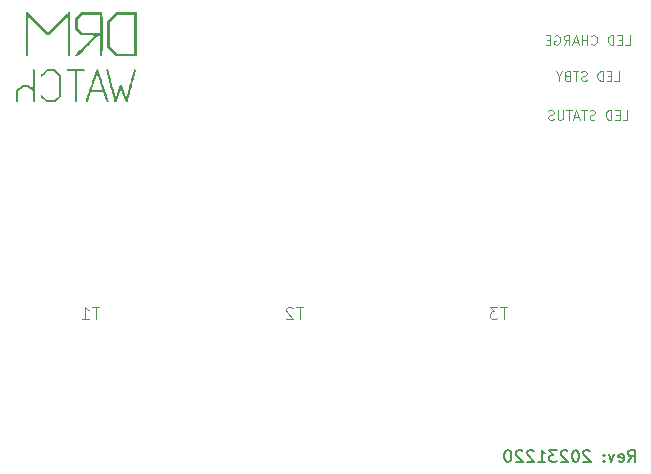
<source format=gbr>
%TF.GenerationSoftware,KiCad,Pcbnew,7.0.9*%
%TF.CreationDate,2023-12-20T20:28:38+02:00*%
%TF.ProjectId,DRM_Watch_V3,44524d5f-5761-4746-9368-5f56332e6b69,rev?*%
%TF.SameCoordinates,Original*%
%TF.FileFunction,Legend,Bot*%
%TF.FilePolarity,Positive*%
%FSLAX46Y46*%
G04 Gerber Fmt 4.6, Leading zero omitted, Abs format (unit mm)*
G04 Created by KiCad (PCBNEW 7.0.9) date 2023-12-20 20:28:38*
%MOMM*%
%LPD*%
G01*
G04 APERTURE LIST*
%ADD10C,0.150000*%
%ADD11C,0.100000*%
G04 APERTURE END LIST*
D10*
X125837792Y-85975819D02*
X126171125Y-85499628D01*
X126409220Y-85975819D02*
X126409220Y-84975819D01*
X126409220Y-84975819D02*
X126028268Y-84975819D01*
X126028268Y-84975819D02*
X125933030Y-85023438D01*
X125933030Y-85023438D02*
X125885411Y-85071057D01*
X125885411Y-85071057D02*
X125837792Y-85166295D01*
X125837792Y-85166295D02*
X125837792Y-85309152D01*
X125837792Y-85309152D02*
X125885411Y-85404390D01*
X125885411Y-85404390D02*
X125933030Y-85452009D01*
X125933030Y-85452009D02*
X126028268Y-85499628D01*
X126028268Y-85499628D02*
X126409220Y-85499628D01*
X125028268Y-85928200D02*
X125123506Y-85975819D01*
X125123506Y-85975819D02*
X125313982Y-85975819D01*
X125313982Y-85975819D02*
X125409220Y-85928200D01*
X125409220Y-85928200D02*
X125456839Y-85832961D01*
X125456839Y-85832961D02*
X125456839Y-85452009D01*
X125456839Y-85452009D02*
X125409220Y-85356771D01*
X125409220Y-85356771D02*
X125313982Y-85309152D01*
X125313982Y-85309152D02*
X125123506Y-85309152D01*
X125123506Y-85309152D02*
X125028268Y-85356771D01*
X125028268Y-85356771D02*
X124980649Y-85452009D01*
X124980649Y-85452009D02*
X124980649Y-85547247D01*
X124980649Y-85547247D02*
X125456839Y-85642485D01*
X124647315Y-85309152D02*
X124409220Y-85975819D01*
X124409220Y-85975819D02*
X124171125Y-85309152D01*
X123790172Y-85880580D02*
X123742553Y-85928200D01*
X123742553Y-85928200D02*
X123790172Y-85975819D01*
X123790172Y-85975819D02*
X123837791Y-85928200D01*
X123837791Y-85928200D02*
X123790172Y-85880580D01*
X123790172Y-85880580D02*
X123790172Y-85975819D01*
X123790172Y-85356771D02*
X123742553Y-85404390D01*
X123742553Y-85404390D02*
X123790172Y-85452009D01*
X123790172Y-85452009D02*
X123837791Y-85404390D01*
X123837791Y-85404390D02*
X123790172Y-85356771D01*
X123790172Y-85356771D02*
X123790172Y-85452009D01*
X122599696Y-85071057D02*
X122552077Y-85023438D01*
X122552077Y-85023438D02*
X122456839Y-84975819D01*
X122456839Y-84975819D02*
X122218744Y-84975819D01*
X122218744Y-84975819D02*
X122123506Y-85023438D01*
X122123506Y-85023438D02*
X122075887Y-85071057D01*
X122075887Y-85071057D02*
X122028268Y-85166295D01*
X122028268Y-85166295D02*
X122028268Y-85261533D01*
X122028268Y-85261533D02*
X122075887Y-85404390D01*
X122075887Y-85404390D02*
X122647315Y-85975819D01*
X122647315Y-85975819D02*
X122028268Y-85975819D01*
X121409220Y-84975819D02*
X121313982Y-84975819D01*
X121313982Y-84975819D02*
X121218744Y-85023438D01*
X121218744Y-85023438D02*
X121171125Y-85071057D01*
X121171125Y-85071057D02*
X121123506Y-85166295D01*
X121123506Y-85166295D02*
X121075887Y-85356771D01*
X121075887Y-85356771D02*
X121075887Y-85594866D01*
X121075887Y-85594866D02*
X121123506Y-85785342D01*
X121123506Y-85785342D02*
X121171125Y-85880580D01*
X121171125Y-85880580D02*
X121218744Y-85928200D01*
X121218744Y-85928200D02*
X121313982Y-85975819D01*
X121313982Y-85975819D02*
X121409220Y-85975819D01*
X121409220Y-85975819D02*
X121504458Y-85928200D01*
X121504458Y-85928200D02*
X121552077Y-85880580D01*
X121552077Y-85880580D02*
X121599696Y-85785342D01*
X121599696Y-85785342D02*
X121647315Y-85594866D01*
X121647315Y-85594866D02*
X121647315Y-85356771D01*
X121647315Y-85356771D02*
X121599696Y-85166295D01*
X121599696Y-85166295D02*
X121552077Y-85071057D01*
X121552077Y-85071057D02*
X121504458Y-85023438D01*
X121504458Y-85023438D02*
X121409220Y-84975819D01*
X120694934Y-85071057D02*
X120647315Y-85023438D01*
X120647315Y-85023438D02*
X120552077Y-84975819D01*
X120552077Y-84975819D02*
X120313982Y-84975819D01*
X120313982Y-84975819D02*
X120218744Y-85023438D01*
X120218744Y-85023438D02*
X120171125Y-85071057D01*
X120171125Y-85071057D02*
X120123506Y-85166295D01*
X120123506Y-85166295D02*
X120123506Y-85261533D01*
X120123506Y-85261533D02*
X120171125Y-85404390D01*
X120171125Y-85404390D02*
X120742553Y-85975819D01*
X120742553Y-85975819D02*
X120123506Y-85975819D01*
X119790172Y-84975819D02*
X119171125Y-84975819D01*
X119171125Y-84975819D02*
X119504458Y-85356771D01*
X119504458Y-85356771D02*
X119361601Y-85356771D01*
X119361601Y-85356771D02*
X119266363Y-85404390D01*
X119266363Y-85404390D02*
X119218744Y-85452009D01*
X119218744Y-85452009D02*
X119171125Y-85547247D01*
X119171125Y-85547247D02*
X119171125Y-85785342D01*
X119171125Y-85785342D02*
X119218744Y-85880580D01*
X119218744Y-85880580D02*
X119266363Y-85928200D01*
X119266363Y-85928200D02*
X119361601Y-85975819D01*
X119361601Y-85975819D02*
X119647315Y-85975819D01*
X119647315Y-85975819D02*
X119742553Y-85928200D01*
X119742553Y-85928200D02*
X119790172Y-85880580D01*
X118218744Y-85975819D02*
X118790172Y-85975819D01*
X118504458Y-85975819D02*
X118504458Y-84975819D01*
X118504458Y-84975819D02*
X118599696Y-85118676D01*
X118599696Y-85118676D02*
X118694934Y-85213914D01*
X118694934Y-85213914D02*
X118790172Y-85261533D01*
X117837791Y-85071057D02*
X117790172Y-85023438D01*
X117790172Y-85023438D02*
X117694934Y-84975819D01*
X117694934Y-84975819D02*
X117456839Y-84975819D01*
X117456839Y-84975819D02*
X117361601Y-85023438D01*
X117361601Y-85023438D02*
X117313982Y-85071057D01*
X117313982Y-85071057D02*
X117266363Y-85166295D01*
X117266363Y-85166295D02*
X117266363Y-85261533D01*
X117266363Y-85261533D02*
X117313982Y-85404390D01*
X117313982Y-85404390D02*
X117885410Y-85975819D01*
X117885410Y-85975819D02*
X117266363Y-85975819D01*
X116885410Y-85071057D02*
X116837791Y-85023438D01*
X116837791Y-85023438D02*
X116742553Y-84975819D01*
X116742553Y-84975819D02*
X116504458Y-84975819D01*
X116504458Y-84975819D02*
X116409220Y-85023438D01*
X116409220Y-85023438D02*
X116361601Y-85071057D01*
X116361601Y-85071057D02*
X116313982Y-85166295D01*
X116313982Y-85166295D02*
X116313982Y-85261533D01*
X116313982Y-85261533D02*
X116361601Y-85404390D01*
X116361601Y-85404390D02*
X116933029Y-85975819D01*
X116933029Y-85975819D02*
X116313982Y-85975819D01*
X115694934Y-84975819D02*
X115599696Y-84975819D01*
X115599696Y-84975819D02*
X115504458Y-85023438D01*
X115504458Y-85023438D02*
X115456839Y-85071057D01*
X115456839Y-85071057D02*
X115409220Y-85166295D01*
X115409220Y-85166295D02*
X115361601Y-85356771D01*
X115361601Y-85356771D02*
X115361601Y-85594866D01*
X115361601Y-85594866D02*
X115409220Y-85785342D01*
X115409220Y-85785342D02*
X115456839Y-85880580D01*
X115456839Y-85880580D02*
X115504458Y-85928200D01*
X115504458Y-85928200D02*
X115599696Y-85975819D01*
X115599696Y-85975819D02*
X115694934Y-85975819D01*
X115694934Y-85975819D02*
X115790172Y-85928200D01*
X115790172Y-85928200D02*
X115837791Y-85880580D01*
X115837791Y-85880580D02*
X115885410Y-85785342D01*
X115885410Y-85785342D02*
X115933029Y-85594866D01*
X115933029Y-85594866D02*
X115933029Y-85356771D01*
X115933029Y-85356771D02*
X115885410Y-85166295D01*
X115885410Y-85166295D02*
X115837791Y-85071057D01*
X115837791Y-85071057D02*
X115790172Y-85023438D01*
X115790172Y-85023438D02*
X115694934Y-84975819D01*
D11*
X98297904Y-72863419D02*
X97726476Y-72863419D01*
X98012190Y-73863419D02*
X98012190Y-72863419D01*
X97440761Y-72958657D02*
X97393142Y-72911038D01*
X97393142Y-72911038D02*
X97297904Y-72863419D01*
X97297904Y-72863419D02*
X97059809Y-72863419D01*
X97059809Y-72863419D02*
X96964571Y-72911038D01*
X96964571Y-72911038D02*
X96916952Y-72958657D01*
X96916952Y-72958657D02*
X96869333Y-73053895D01*
X96869333Y-73053895D02*
X96869333Y-73149133D01*
X96869333Y-73149133D02*
X96916952Y-73291990D01*
X96916952Y-73291990D02*
X97488380Y-73863419D01*
X97488380Y-73863419D02*
X96869333Y-73863419D01*
X124675619Y-53704895D02*
X125056571Y-53704895D01*
X125056571Y-53704895D02*
X125056571Y-52904895D01*
X124408952Y-53285847D02*
X124142286Y-53285847D01*
X124028000Y-53704895D02*
X124408952Y-53704895D01*
X124408952Y-53704895D02*
X124408952Y-52904895D01*
X124408952Y-52904895D02*
X124028000Y-52904895D01*
X123685142Y-53704895D02*
X123685142Y-52904895D01*
X123685142Y-52904895D02*
X123494666Y-52904895D01*
X123494666Y-52904895D02*
X123380380Y-52942990D01*
X123380380Y-52942990D02*
X123304190Y-53019180D01*
X123304190Y-53019180D02*
X123266095Y-53095371D01*
X123266095Y-53095371D02*
X123227999Y-53247752D01*
X123227999Y-53247752D02*
X123227999Y-53362038D01*
X123227999Y-53362038D02*
X123266095Y-53514419D01*
X123266095Y-53514419D02*
X123304190Y-53590609D01*
X123304190Y-53590609D02*
X123380380Y-53666800D01*
X123380380Y-53666800D02*
X123494666Y-53704895D01*
X123494666Y-53704895D02*
X123685142Y-53704895D01*
X122313714Y-53666800D02*
X122199428Y-53704895D01*
X122199428Y-53704895D02*
X122008952Y-53704895D01*
X122008952Y-53704895D02*
X121932761Y-53666800D01*
X121932761Y-53666800D02*
X121894666Y-53628704D01*
X121894666Y-53628704D02*
X121856571Y-53552514D01*
X121856571Y-53552514D02*
X121856571Y-53476323D01*
X121856571Y-53476323D02*
X121894666Y-53400133D01*
X121894666Y-53400133D02*
X121932761Y-53362038D01*
X121932761Y-53362038D02*
X122008952Y-53323942D01*
X122008952Y-53323942D02*
X122161333Y-53285847D01*
X122161333Y-53285847D02*
X122237523Y-53247752D01*
X122237523Y-53247752D02*
X122275618Y-53209657D01*
X122275618Y-53209657D02*
X122313714Y-53133466D01*
X122313714Y-53133466D02*
X122313714Y-53057276D01*
X122313714Y-53057276D02*
X122275618Y-52981085D01*
X122275618Y-52981085D02*
X122237523Y-52942990D01*
X122237523Y-52942990D02*
X122161333Y-52904895D01*
X122161333Y-52904895D02*
X121970856Y-52904895D01*
X121970856Y-52904895D02*
X121856571Y-52942990D01*
X121627999Y-52904895D02*
X121170856Y-52904895D01*
X121399428Y-53704895D02*
X121399428Y-52904895D01*
X120637523Y-53285847D02*
X120523237Y-53323942D01*
X120523237Y-53323942D02*
X120485142Y-53362038D01*
X120485142Y-53362038D02*
X120447046Y-53438228D01*
X120447046Y-53438228D02*
X120447046Y-53552514D01*
X120447046Y-53552514D02*
X120485142Y-53628704D01*
X120485142Y-53628704D02*
X120523237Y-53666800D01*
X120523237Y-53666800D02*
X120599427Y-53704895D01*
X120599427Y-53704895D02*
X120904189Y-53704895D01*
X120904189Y-53704895D02*
X120904189Y-52904895D01*
X120904189Y-52904895D02*
X120637523Y-52904895D01*
X120637523Y-52904895D02*
X120561332Y-52942990D01*
X120561332Y-52942990D02*
X120523237Y-52981085D01*
X120523237Y-52981085D02*
X120485142Y-53057276D01*
X120485142Y-53057276D02*
X120485142Y-53133466D01*
X120485142Y-53133466D02*
X120523237Y-53209657D01*
X120523237Y-53209657D02*
X120561332Y-53247752D01*
X120561332Y-53247752D02*
X120637523Y-53285847D01*
X120637523Y-53285847D02*
X120904189Y-53285847D01*
X119951808Y-53323942D02*
X119951808Y-53704895D01*
X120218475Y-52904895D02*
X119951808Y-53323942D01*
X119951808Y-53323942D02*
X119685142Y-52904895D01*
X81025904Y-72863419D02*
X80454476Y-72863419D01*
X80740190Y-73863419D02*
X80740190Y-72863419D01*
X79597333Y-73863419D02*
X80168761Y-73863419D01*
X79883047Y-73863419D02*
X79883047Y-72863419D01*
X79883047Y-72863419D02*
X79978285Y-73006276D01*
X79978285Y-73006276D02*
X80073523Y-73101514D01*
X80073523Y-73101514D02*
X80168761Y-73149133D01*
X115569904Y-72863419D02*
X114998476Y-72863419D01*
X115284190Y-73863419D02*
X115284190Y-72863419D01*
X114760380Y-72863419D02*
X114141333Y-72863419D01*
X114141333Y-72863419D02*
X114474666Y-73244371D01*
X114474666Y-73244371D02*
X114331809Y-73244371D01*
X114331809Y-73244371D02*
X114236571Y-73291990D01*
X114236571Y-73291990D02*
X114188952Y-73339609D01*
X114188952Y-73339609D02*
X114141333Y-73434847D01*
X114141333Y-73434847D02*
X114141333Y-73672942D01*
X114141333Y-73672942D02*
X114188952Y-73768180D01*
X114188952Y-73768180D02*
X114236571Y-73815800D01*
X114236571Y-73815800D02*
X114331809Y-73863419D01*
X114331809Y-73863419D02*
X114617523Y-73863419D01*
X114617523Y-73863419D02*
X114712761Y-73815800D01*
X114712761Y-73815800D02*
X114760380Y-73768180D01*
X125380381Y-57006895D02*
X125761333Y-57006895D01*
X125761333Y-57006895D02*
X125761333Y-56206895D01*
X125113714Y-56587847D02*
X124847048Y-56587847D01*
X124732762Y-57006895D02*
X125113714Y-57006895D01*
X125113714Y-57006895D02*
X125113714Y-56206895D01*
X125113714Y-56206895D02*
X124732762Y-56206895D01*
X124389904Y-57006895D02*
X124389904Y-56206895D01*
X124389904Y-56206895D02*
X124199428Y-56206895D01*
X124199428Y-56206895D02*
X124085142Y-56244990D01*
X124085142Y-56244990D02*
X124008952Y-56321180D01*
X124008952Y-56321180D02*
X123970857Y-56397371D01*
X123970857Y-56397371D02*
X123932761Y-56549752D01*
X123932761Y-56549752D02*
X123932761Y-56664038D01*
X123932761Y-56664038D02*
X123970857Y-56816419D01*
X123970857Y-56816419D02*
X124008952Y-56892609D01*
X124008952Y-56892609D02*
X124085142Y-56968800D01*
X124085142Y-56968800D02*
X124199428Y-57006895D01*
X124199428Y-57006895D02*
X124389904Y-57006895D01*
X123018476Y-56968800D02*
X122904190Y-57006895D01*
X122904190Y-57006895D02*
X122713714Y-57006895D01*
X122713714Y-57006895D02*
X122637523Y-56968800D01*
X122637523Y-56968800D02*
X122599428Y-56930704D01*
X122599428Y-56930704D02*
X122561333Y-56854514D01*
X122561333Y-56854514D02*
X122561333Y-56778323D01*
X122561333Y-56778323D02*
X122599428Y-56702133D01*
X122599428Y-56702133D02*
X122637523Y-56664038D01*
X122637523Y-56664038D02*
X122713714Y-56625942D01*
X122713714Y-56625942D02*
X122866095Y-56587847D01*
X122866095Y-56587847D02*
X122942285Y-56549752D01*
X122942285Y-56549752D02*
X122980380Y-56511657D01*
X122980380Y-56511657D02*
X123018476Y-56435466D01*
X123018476Y-56435466D02*
X123018476Y-56359276D01*
X123018476Y-56359276D02*
X122980380Y-56283085D01*
X122980380Y-56283085D02*
X122942285Y-56244990D01*
X122942285Y-56244990D02*
X122866095Y-56206895D01*
X122866095Y-56206895D02*
X122675618Y-56206895D01*
X122675618Y-56206895D02*
X122561333Y-56244990D01*
X122332761Y-56206895D02*
X121875618Y-56206895D01*
X122104190Y-57006895D02*
X122104190Y-56206895D01*
X121647047Y-56778323D02*
X121266094Y-56778323D01*
X121723237Y-57006895D02*
X121456570Y-56206895D01*
X121456570Y-56206895D02*
X121189904Y-57006895D01*
X121037523Y-56206895D02*
X120580380Y-56206895D01*
X120808952Y-57006895D02*
X120808952Y-56206895D01*
X120313713Y-56206895D02*
X120313713Y-56854514D01*
X120313713Y-56854514D02*
X120275618Y-56930704D01*
X120275618Y-56930704D02*
X120237523Y-56968800D01*
X120237523Y-56968800D02*
X120161332Y-57006895D01*
X120161332Y-57006895D02*
X120008951Y-57006895D01*
X120008951Y-57006895D02*
X119932761Y-56968800D01*
X119932761Y-56968800D02*
X119894666Y-56930704D01*
X119894666Y-56930704D02*
X119856570Y-56854514D01*
X119856570Y-56854514D02*
X119856570Y-56206895D01*
X119513714Y-56968800D02*
X119399428Y-57006895D01*
X119399428Y-57006895D02*
X119208952Y-57006895D01*
X119208952Y-57006895D02*
X119132761Y-56968800D01*
X119132761Y-56968800D02*
X119094666Y-56930704D01*
X119094666Y-56930704D02*
X119056571Y-56854514D01*
X119056571Y-56854514D02*
X119056571Y-56778323D01*
X119056571Y-56778323D02*
X119094666Y-56702133D01*
X119094666Y-56702133D02*
X119132761Y-56664038D01*
X119132761Y-56664038D02*
X119208952Y-56625942D01*
X119208952Y-56625942D02*
X119361333Y-56587847D01*
X119361333Y-56587847D02*
X119437523Y-56549752D01*
X119437523Y-56549752D02*
X119475618Y-56511657D01*
X119475618Y-56511657D02*
X119513714Y-56435466D01*
X119513714Y-56435466D02*
X119513714Y-56359276D01*
X119513714Y-56359276D02*
X119475618Y-56283085D01*
X119475618Y-56283085D02*
X119437523Y-56244990D01*
X119437523Y-56244990D02*
X119361333Y-56206895D01*
X119361333Y-56206895D02*
X119170856Y-56206895D01*
X119170856Y-56206895D02*
X119056571Y-56244990D01*
X125570857Y-50656895D02*
X125951809Y-50656895D01*
X125951809Y-50656895D02*
X125951809Y-49856895D01*
X125304190Y-50237847D02*
X125037524Y-50237847D01*
X124923238Y-50656895D02*
X125304190Y-50656895D01*
X125304190Y-50656895D02*
X125304190Y-49856895D01*
X125304190Y-49856895D02*
X124923238Y-49856895D01*
X124580380Y-50656895D02*
X124580380Y-49856895D01*
X124580380Y-49856895D02*
X124389904Y-49856895D01*
X124389904Y-49856895D02*
X124275618Y-49894990D01*
X124275618Y-49894990D02*
X124199428Y-49971180D01*
X124199428Y-49971180D02*
X124161333Y-50047371D01*
X124161333Y-50047371D02*
X124123237Y-50199752D01*
X124123237Y-50199752D02*
X124123237Y-50314038D01*
X124123237Y-50314038D02*
X124161333Y-50466419D01*
X124161333Y-50466419D02*
X124199428Y-50542609D01*
X124199428Y-50542609D02*
X124275618Y-50618800D01*
X124275618Y-50618800D02*
X124389904Y-50656895D01*
X124389904Y-50656895D02*
X124580380Y-50656895D01*
X122713713Y-50580704D02*
X122751809Y-50618800D01*
X122751809Y-50618800D02*
X122866094Y-50656895D01*
X122866094Y-50656895D02*
X122942285Y-50656895D01*
X122942285Y-50656895D02*
X123056571Y-50618800D01*
X123056571Y-50618800D02*
X123132761Y-50542609D01*
X123132761Y-50542609D02*
X123170856Y-50466419D01*
X123170856Y-50466419D02*
X123208952Y-50314038D01*
X123208952Y-50314038D02*
X123208952Y-50199752D01*
X123208952Y-50199752D02*
X123170856Y-50047371D01*
X123170856Y-50047371D02*
X123132761Y-49971180D01*
X123132761Y-49971180D02*
X123056571Y-49894990D01*
X123056571Y-49894990D02*
X122942285Y-49856895D01*
X122942285Y-49856895D02*
X122866094Y-49856895D01*
X122866094Y-49856895D02*
X122751809Y-49894990D01*
X122751809Y-49894990D02*
X122713713Y-49933085D01*
X122370856Y-50656895D02*
X122370856Y-49856895D01*
X122370856Y-50237847D02*
X121913713Y-50237847D01*
X121913713Y-50656895D02*
X121913713Y-49856895D01*
X121570857Y-50428323D02*
X121189904Y-50428323D01*
X121647047Y-50656895D02*
X121380380Y-49856895D01*
X121380380Y-49856895D02*
X121113714Y-50656895D01*
X120389904Y-50656895D02*
X120656571Y-50275942D01*
X120847047Y-50656895D02*
X120847047Y-49856895D01*
X120847047Y-49856895D02*
X120542285Y-49856895D01*
X120542285Y-49856895D02*
X120466095Y-49894990D01*
X120466095Y-49894990D02*
X120428000Y-49933085D01*
X120428000Y-49933085D02*
X120389904Y-50009276D01*
X120389904Y-50009276D02*
X120389904Y-50123561D01*
X120389904Y-50123561D02*
X120428000Y-50199752D01*
X120428000Y-50199752D02*
X120466095Y-50237847D01*
X120466095Y-50237847D02*
X120542285Y-50275942D01*
X120542285Y-50275942D02*
X120847047Y-50275942D01*
X119628000Y-49894990D02*
X119704190Y-49856895D01*
X119704190Y-49856895D02*
X119818476Y-49856895D01*
X119818476Y-49856895D02*
X119932762Y-49894990D01*
X119932762Y-49894990D02*
X120008952Y-49971180D01*
X120008952Y-49971180D02*
X120047047Y-50047371D01*
X120047047Y-50047371D02*
X120085143Y-50199752D01*
X120085143Y-50199752D02*
X120085143Y-50314038D01*
X120085143Y-50314038D02*
X120047047Y-50466419D01*
X120047047Y-50466419D02*
X120008952Y-50542609D01*
X120008952Y-50542609D02*
X119932762Y-50618800D01*
X119932762Y-50618800D02*
X119818476Y-50656895D01*
X119818476Y-50656895D02*
X119742285Y-50656895D01*
X119742285Y-50656895D02*
X119628000Y-50618800D01*
X119628000Y-50618800D02*
X119589904Y-50580704D01*
X119589904Y-50580704D02*
X119589904Y-50314038D01*
X119589904Y-50314038D02*
X119742285Y-50314038D01*
X119247047Y-50237847D02*
X118980381Y-50237847D01*
X118866095Y-50656895D02*
X119247047Y-50656895D01*
X119247047Y-50656895D02*
X119247047Y-49856895D01*
X119247047Y-49856895D02*
X118866095Y-49856895D01*
%TO.C,G\u002A\u002A\u002A*%
G36*
X76966229Y-52726795D02*
G01*
X77331184Y-52727321D01*
X77589548Y-52976243D01*
X77847912Y-53225166D01*
X77847912Y-54135434D01*
X77847912Y-55045703D01*
X77589548Y-55294626D01*
X77331184Y-55543548D01*
X76966229Y-55544074D01*
X76601274Y-55544601D01*
X76348776Y-55305377D01*
X76339099Y-55296185D01*
X76261593Y-55220848D01*
X76193399Y-55151624D01*
X76138633Y-55092910D01*
X76101411Y-55049100D01*
X76085847Y-55024589D01*
X76084035Y-55012512D01*
X76094885Y-54966816D01*
X76126004Y-54929716D01*
X76167596Y-54914414D01*
X76189091Y-54925988D01*
X76231044Y-54958364D01*
X76288918Y-55007710D01*
X76358219Y-55070194D01*
X76434452Y-55141982D01*
X76671217Y-55369549D01*
X76966190Y-55368865D01*
X77261163Y-55368182D01*
X77466849Y-55168294D01*
X77672535Y-54968406D01*
X77672535Y-54135434D01*
X77672535Y-53302462D01*
X77466849Y-53102575D01*
X77261163Y-52902687D01*
X76966190Y-52902003D01*
X76671217Y-52901320D01*
X76434452Y-53128887D01*
X76358537Y-53200382D01*
X76289196Y-53262914D01*
X76231263Y-53312326D01*
X76189231Y-53344783D01*
X76167596Y-53356454D01*
X76155913Y-53355226D01*
X76116178Y-53332750D01*
X76089557Y-53292034D01*
X76085847Y-53246280D01*
X76086431Y-53244514D01*
X76104795Y-53217469D01*
X76144328Y-53171649D01*
X76200912Y-53111450D01*
X76270434Y-53041266D01*
X76348776Y-52965492D01*
X76601274Y-52726268D01*
X76966229Y-52726795D01*
G37*
G36*
X79131772Y-52726281D02*
G01*
X79296044Y-52726523D01*
X79429623Y-52727171D01*
X79535786Y-52728352D01*
X79617812Y-52730194D01*
X79678981Y-52732824D01*
X79722571Y-52736370D01*
X79751861Y-52740959D01*
X79770130Y-52746719D01*
X79780657Y-52753776D01*
X79796326Y-52775274D01*
X79808165Y-52813794D01*
X79806372Y-52837758D01*
X79796349Y-52861905D01*
X79773533Y-52879119D01*
X79733486Y-52890533D01*
X79671768Y-52897282D01*
X79583940Y-52900499D01*
X79465564Y-52901320D01*
X79177979Y-52901320D01*
X79177979Y-54184055D01*
X79177921Y-54417099D01*
X79177703Y-54631503D01*
X79177275Y-54815513D01*
X79176590Y-54971500D01*
X79175597Y-55101836D01*
X79174248Y-55208894D01*
X79172494Y-55295043D01*
X79170286Y-55362657D01*
X79167576Y-55414107D01*
X79164314Y-55451764D01*
X79160451Y-55478000D01*
X79155939Y-55495186D01*
X79150729Y-55505695D01*
X79112440Y-55536433D01*
X79065244Y-55543236D01*
X79023934Y-55523594D01*
X79020854Y-55516149D01*
X79017062Y-55491033D01*
X79013791Y-55447088D01*
X79011012Y-55382516D01*
X79008695Y-55295520D01*
X79006814Y-55184302D01*
X79005339Y-55047064D01*
X79004241Y-54882008D01*
X79003492Y-54687336D01*
X79003064Y-54461251D01*
X79002928Y-54201954D01*
X79002928Y-52901320D01*
X78697838Y-52901320D01*
X78695541Y-52901320D01*
X78574490Y-52900576D01*
X78484007Y-52897676D01*
X78419738Y-52891562D01*
X78377330Y-52881174D01*
X78352428Y-52865456D01*
X78340680Y-52843349D01*
X78337731Y-52813794D01*
X78342663Y-52790344D01*
X78365239Y-52753776D01*
X78367928Y-52751398D01*
X78380548Y-52744764D01*
X78401945Y-52739389D01*
X78435400Y-52735143D01*
X78484191Y-52731900D01*
X78551597Y-52729533D01*
X78640897Y-52727913D01*
X78755369Y-52726915D01*
X78898293Y-52726409D01*
X79072948Y-52726268D01*
X79131772Y-52726281D01*
G37*
G36*
X84231982Y-48156918D02*
G01*
X84233437Y-48241670D01*
X84234577Y-48345270D01*
X84235441Y-48469736D01*
X84236068Y-48617091D01*
X84236496Y-48789354D01*
X84236762Y-48988545D01*
X84236905Y-49216685D01*
X84236962Y-49475795D01*
X84236973Y-49767895D01*
X84236972Y-49898668D01*
X84236945Y-50176222D01*
X84236855Y-50421662D01*
X84236664Y-50637008D01*
X84236332Y-50824281D01*
X84235823Y-50985500D01*
X84235098Y-51122687D01*
X84234119Y-51237863D01*
X84232847Y-51333046D01*
X84231245Y-51410258D01*
X84229275Y-51471519D01*
X84226898Y-51518850D01*
X84224076Y-51554271D01*
X84220772Y-51579803D01*
X84216946Y-51597465D01*
X84212562Y-51609279D01*
X84207580Y-51617265D01*
X84201963Y-51623443D01*
X84196637Y-51628474D01*
X84186333Y-51635731D01*
X84171570Y-51641711D01*
X84149291Y-51646539D01*
X84116442Y-51650338D01*
X84069969Y-51653230D01*
X84006815Y-51655339D01*
X83923926Y-51656789D01*
X83818247Y-51657702D01*
X83686722Y-51658201D01*
X83526297Y-51658411D01*
X83333917Y-51658453D01*
X82500883Y-51658453D01*
X82408324Y-51566551D01*
X82395485Y-51553727D01*
X82347708Y-51505438D01*
X82282594Y-51439112D01*
X82205170Y-51359889D01*
X82120463Y-51272910D01*
X82033502Y-51183315D01*
X81751239Y-50891982D01*
X81751239Y-50809097D01*
X81978806Y-50809097D01*
X82289341Y-51119992D01*
X82599875Y-51430886D01*
X83304640Y-51430886D01*
X84009406Y-51430886D01*
X84009406Y-49767895D01*
X84009406Y-48104904D01*
X83304550Y-48104904D01*
X82599694Y-48104904D01*
X82289250Y-48403939D01*
X81978806Y-48702975D01*
X81978806Y-49756036D01*
X81978806Y-50809097D01*
X81751239Y-50809097D01*
X81751239Y-49756106D01*
X81751239Y-48620231D01*
X82124155Y-48248784D01*
X82497070Y-47877337D01*
X83332011Y-47877337D01*
X83454541Y-47877350D01*
X83627122Y-47877480D01*
X83769623Y-47877852D01*
X83885095Y-47878588D01*
X83976589Y-47879813D01*
X84047156Y-47881647D01*
X84099847Y-47884215D01*
X84137714Y-47887638D01*
X84163807Y-47892040D01*
X84181179Y-47897544D01*
X84192881Y-47904272D01*
X84201963Y-47912347D01*
X84204478Y-47914932D01*
X84209815Y-47921645D01*
X84214533Y-47931042D01*
X84218671Y-47945142D01*
X84222266Y-47965967D01*
X84225356Y-47995537D01*
X84227980Y-48035871D01*
X84230176Y-48088991D01*
X84230599Y-48104904D01*
X84231982Y-48156918D01*
G37*
G36*
X75525344Y-52731200D02*
G01*
X75561912Y-52753776D01*
X75564388Y-52756820D01*
X75569187Y-52767450D01*
X75573339Y-52785575D01*
X75576891Y-52813489D01*
X75579887Y-52853484D01*
X75582375Y-52907854D01*
X75584399Y-52978891D01*
X75586005Y-53068888D01*
X75587238Y-53180139D01*
X75588145Y-53314935D01*
X75588771Y-53475569D01*
X75589162Y-53664336D01*
X75589363Y-53883526D01*
X75589420Y-54135434D01*
X75589408Y-54257363D01*
X75589290Y-54493698D01*
X75589006Y-54698386D01*
X75588511Y-54873722D01*
X75587759Y-55021998D01*
X75586705Y-55145506D01*
X75585304Y-55246540D01*
X75583508Y-55327392D01*
X75581273Y-55390355D01*
X75578553Y-55437723D01*
X75575303Y-55471788D01*
X75571476Y-55494842D01*
X75567028Y-55509179D01*
X75561912Y-55517092D01*
X75540414Y-55532761D01*
X75501894Y-55544601D01*
X75478444Y-55539668D01*
X75441876Y-55517092D01*
X75439086Y-55513967D01*
X75431079Y-55498853D01*
X75424967Y-55473448D01*
X75420507Y-55433630D01*
X75417459Y-55375282D01*
X75415581Y-55294284D01*
X75414631Y-55186517D01*
X75414368Y-55047861D01*
X75414368Y-54606137D01*
X75215746Y-54410172D01*
X75017125Y-54214208D01*
X74801687Y-54214208D01*
X74586249Y-54214208D01*
X74387628Y-54410172D01*
X74189006Y-54606137D01*
X74189006Y-55047861D01*
X74188985Y-55092691D01*
X74188543Y-55221703D01*
X74187341Y-55321056D01*
X74185139Y-55394868D01*
X74181696Y-55447258D01*
X74176768Y-55482346D01*
X74170116Y-55504251D01*
X74161498Y-55517092D01*
X74140000Y-55532761D01*
X74101480Y-55544601D01*
X74078030Y-55539668D01*
X74041463Y-55517092D01*
X74035851Y-55509862D01*
X74028756Y-55492260D01*
X74023341Y-55463323D01*
X74019390Y-55419106D01*
X74016691Y-55355662D01*
X74015028Y-55269047D01*
X74014187Y-55155315D01*
X74013955Y-55010521D01*
X74013955Y-54531457D01*
X74254651Y-54294481D01*
X74495347Y-54057504D01*
X74801341Y-54057083D01*
X75107335Y-54056661D01*
X75260851Y-54209466D01*
X75414368Y-54362272D01*
X75414368Y-53571778D01*
X75414369Y-53548667D01*
X75414512Y-53363183D01*
X75414962Y-53209336D01*
X75415822Y-53084093D01*
X75417194Y-52984426D01*
X75419179Y-52907303D01*
X75421880Y-52849694D01*
X75425398Y-52808567D01*
X75429836Y-52780892D01*
X75435294Y-52763639D01*
X75441876Y-52753776D01*
X75463374Y-52738108D01*
X75501894Y-52726268D01*
X75525344Y-52731200D01*
G37*
G36*
X81554218Y-54577232D02*
G01*
X81613778Y-54759270D01*
X81668099Y-54925933D01*
X81716355Y-55074671D01*
X81757720Y-55202932D01*
X81791367Y-55308166D01*
X81816470Y-55387823D01*
X81832203Y-55439351D01*
X81837739Y-55460201D01*
X81833268Y-55482197D01*
X81811257Y-55517092D01*
X81786755Y-55534750D01*
X81738723Y-55542858D01*
X81695523Y-55521394D01*
X81686712Y-55505274D01*
X81667608Y-55459071D01*
X81640959Y-55388184D01*
X81608498Y-55297374D01*
X81571956Y-55191397D01*
X81533065Y-55075012D01*
X81393814Y-54651837D01*
X80883017Y-54651837D01*
X80372219Y-54651837D01*
X80306648Y-54831265D01*
X80266066Y-54942313D01*
X80210264Y-55094692D01*
X80164382Y-55218894D01*
X80127102Y-55317801D01*
X80097103Y-55394295D01*
X80073064Y-55451259D01*
X80053667Y-55491576D01*
X80037590Y-55518128D01*
X80023514Y-55533797D01*
X80010119Y-55541466D01*
X79996085Y-55544017D01*
X79980091Y-55544332D01*
X79943802Y-55532260D01*
X79910179Y-55501603D01*
X79895691Y-55466007D01*
X79898137Y-55453987D01*
X79910727Y-55410416D01*
X79933094Y-55339020D01*
X79964194Y-55242849D01*
X80002980Y-55124955D01*
X80048407Y-54988388D01*
X80099429Y-54836199D01*
X80155002Y-54671440D01*
X80214079Y-54497160D01*
X80221016Y-54476785D01*
X80404208Y-54476785D01*
X80869534Y-54476785D01*
X80918372Y-54476762D01*
X81050169Y-54476325D01*
X81151580Y-54475196D01*
X81226113Y-54473188D01*
X81277275Y-54470116D01*
X81308573Y-54465795D01*
X81323513Y-54460039D01*
X81325604Y-54452663D01*
X81324601Y-54449854D01*
X81314473Y-54419734D01*
X81295062Y-54361081D01*
X81267585Y-54277613D01*
X81233266Y-54173046D01*
X81193322Y-54051098D01*
X81148976Y-53915487D01*
X81101448Y-53769929D01*
X81086068Y-53722927D01*
X81039527Y-53582351D01*
X80996356Y-53454376D01*
X80957774Y-53342457D01*
X80925000Y-53250051D01*
X80899255Y-53180615D01*
X80881757Y-53137605D01*
X80873726Y-53124479D01*
X80873407Y-53124898D01*
X80864142Y-53146798D01*
X80845212Y-53197823D01*
X80817924Y-53274239D01*
X80783589Y-53372309D01*
X80743515Y-53488295D01*
X80699012Y-53618462D01*
X80651388Y-53759073D01*
X80648978Y-53766218D01*
X80601028Y-53908221D01*
X80556020Y-54041124D01*
X80515324Y-54160913D01*
X80480309Y-54263574D01*
X80452344Y-54345092D01*
X80432797Y-54401455D01*
X80423039Y-54428646D01*
X80404208Y-54476785D01*
X80221016Y-54476785D01*
X80275614Y-54316412D01*
X80338564Y-54132245D01*
X80401881Y-53947712D01*
X80464521Y-53765862D01*
X80525437Y-53589747D01*
X80583585Y-53422418D01*
X80637918Y-53266925D01*
X80687392Y-53126320D01*
X80730961Y-53003653D01*
X80767579Y-52901976D01*
X80796201Y-52824339D01*
X80815781Y-52773794D01*
X80825273Y-52753390D01*
X80832145Y-52746496D01*
X80863910Y-52728694D01*
X80904948Y-52735885D01*
X80911313Y-52738665D01*
X80920399Y-52745376D01*
X80930279Y-52757288D01*
X80941733Y-52776561D01*
X80955539Y-52805353D01*
X80972477Y-52845822D01*
X80993327Y-52900127D01*
X81018867Y-52970426D01*
X81049877Y-53058878D01*
X81087136Y-53167641D01*
X81131423Y-53298874D01*
X81183519Y-53454735D01*
X81244201Y-53637382D01*
X81314250Y-53848975D01*
X81394444Y-54091671D01*
X81422685Y-54177234D01*
X81490244Y-54382370D01*
X81513321Y-54452663D01*
X81554218Y-54577232D01*
G37*
G36*
X84116129Y-52746832D02*
G01*
X84141356Y-52784327D01*
X84141419Y-52784651D01*
X84138187Y-52809093D01*
X84126485Y-52864834D01*
X84106916Y-52949472D01*
X84080078Y-53060606D01*
X84046572Y-53195835D01*
X84007000Y-53352757D01*
X83961960Y-53528971D01*
X83912054Y-53722075D01*
X83857883Y-53929668D01*
X83800046Y-54149349D01*
X83784230Y-54209173D01*
X83729730Y-54415430D01*
X83678090Y-54611026D01*
X83629988Y-54793384D01*
X83586100Y-54959929D01*
X83547105Y-55108084D01*
X83513681Y-55235275D01*
X83486505Y-55338924D01*
X83466254Y-55416457D01*
X83453607Y-55465297D01*
X83449241Y-55482868D01*
X83443538Y-55492652D01*
X83421732Y-55517092D01*
X83395567Y-55536013D01*
X83348539Y-55541519D01*
X83305249Y-55513966D01*
X83299444Y-55504025D01*
X83281344Y-55463158D01*
X83254342Y-55395818D01*
X83220028Y-55306194D01*
X83179994Y-55198470D01*
X83135832Y-55076835D01*
X83089132Y-54945473D01*
X83059807Y-54862291D01*
X83016375Y-54739748D01*
X82977571Y-54631055D01*
X82944782Y-54540050D01*
X82919395Y-54470574D01*
X82902795Y-54426466D01*
X82896368Y-54411565D01*
X82893806Y-54417962D01*
X82881091Y-54452750D01*
X82859030Y-54514293D01*
X82829019Y-54598660D01*
X82792455Y-54701924D01*
X82750734Y-54820155D01*
X82705251Y-54949425D01*
X82679306Y-55022736D01*
X82633714Y-55148994D01*
X82591300Y-55263293D01*
X82553701Y-55361401D01*
X82522552Y-55439086D01*
X82499488Y-55492118D01*
X82486146Y-55516264D01*
X82472188Y-55527611D01*
X82428071Y-55539978D01*
X82384487Y-55528921D01*
X82355847Y-55496612D01*
X82354497Y-55492939D01*
X82342502Y-55454489D01*
X82323230Y-55387106D01*
X82297493Y-55293930D01*
X82266104Y-55178099D01*
X82229873Y-55042752D01*
X82189614Y-54891029D01*
X82146137Y-54726067D01*
X82100255Y-54551005D01*
X82052779Y-54368983D01*
X82004522Y-54183140D01*
X81956295Y-53996613D01*
X81908910Y-53812542D01*
X81863179Y-53634066D01*
X81819914Y-53464324D01*
X81779926Y-53306454D01*
X81744028Y-53163595D01*
X81713032Y-53038886D01*
X81687749Y-52935466D01*
X81668992Y-52856473D01*
X81657571Y-52805047D01*
X81654300Y-52784327D01*
X81672855Y-52752509D01*
X81715157Y-52731397D01*
X81768382Y-52734906D01*
X81775672Y-52736692D01*
X81782125Y-52738487D01*
X81788322Y-52742524D01*
X81794923Y-52751058D01*
X81802587Y-52766348D01*
X81811974Y-52790649D01*
X81823744Y-52826220D01*
X81838557Y-52875317D01*
X81857073Y-52940196D01*
X81879952Y-53023116D01*
X81907852Y-53126332D01*
X81941435Y-53252102D01*
X81981360Y-53402684D01*
X82028286Y-53580333D01*
X82082874Y-53787306D01*
X82145783Y-54025862D01*
X82168158Y-54110583D01*
X82217595Y-54297050D01*
X82264188Y-54471799D01*
X82307183Y-54632060D01*
X82345826Y-54775066D01*
X82379365Y-54898047D01*
X82407045Y-54998235D01*
X82428114Y-55072861D01*
X82441819Y-55119156D01*
X82447405Y-55134352D01*
X82450333Y-55127945D01*
X82463725Y-55093029D01*
X82486429Y-55031333D01*
X82517010Y-54946832D01*
X82554033Y-54843499D01*
X82596064Y-54725308D01*
X82641668Y-54596234D01*
X82828632Y-54065414D01*
X82897307Y-54065414D01*
X82965982Y-54065414D01*
X83153829Y-54596597D01*
X83180748Y-54672584D01*
X83224609Y-54795816D01*
X83264031Y-54905852D01*
X83297578Y-54998726D01*
X83323814Y-55070472D01*
X83341305Y-55117124D01*
X83348613Y-55134715D01*
X83349986Y-55132035D01*
X83359161Y-55102811D01*
X83376128Y-55043703D01*
X83400135Y-54957482D01*
X83430430Y-54846916D01*
X83466259Y-54714775D01*
X83506870Y-54563830D01*
X83551511Y-54396849D01*
X83599429Y-54216603D01*
X83649872Y-54025862D01*
X83712200Y-53789510D01*
X83766867Y-53582234D01*
X83813866Y-53404306D01*
X83853857Y-53253468D01*
X83887500Y-53127463D01*
X83915453Y-53024034D01*
X83938378Y-52940925D01*
X83956934Y-52875878D01*
X83971781Y-52826636D01*
X83983578Y-52790943D01*
X83992985Y-52766540D01*
X84000663Y-52751173D01*
X84007271Y-52742582D01*
X84013469Y-52738513D01*
X84019916Y-52736706D01*
X84027273Y-52734906D01*
X84070890Y-52730021D01*
X84116129Y-52746832D01*
G37*
G36*
X80554848Y-47877355D02*
G01*
X80725991Y-47877499D01*
X80867306Y-47877891D01*
X80981820Y-47878650D01*
X81072557Y-47879897D01*
X81142543Y-47881752D01*
X81194803Y-47884333D01*
X81232363Y-47887762D01*
X81258248Y-47892158D01*
X81275483Y-47897640D01*
X81287094Y-47904330D01*
X81296105Y-47912347D01*
X81298620Y-47914932D01*
X81303957Y-47921645D01*
X81308675Y-47931042D01*
X81312813Y-47945142D01*
X81316408Y-47965967D01*
X81319498Y-47995537D01*
X81322122Y-48035871D01*
X81324318Y-48088991D01*
X81326124Y-48156918D01*
X81327578Y-48241670D01*
X81328719Y-48345270D01*
X81329583Y-48469736D01*
X81330210Y-48617091D01*
X81330638Y-48789354D01*
X81330904Y-48988545D01*
X81331047Y-49216685D01*
X81331104Y-49475795D01*
X81331115Y-49767895D01*
X81331114Y-49898668D01*
X81331087Y-50176222D01*
X81330997Y-50421662D01*
X81330806Y-50637008D01*
X81330474Y-50824281D01*
X81329965Y-50985500D01*
X81329240Y-51122687D01*
X81328261Y-51237863D01*
X81326989Y-51333046D01*
X81325387Y-51410258D01*
X81323417Y-51471519D01*
X81321040Y-51518850D01*
X81318218Y-51554271D01*
X81314914Y-51579803D01*
X81311088Y-51597465D01*
X81306704Y-51609279D01*
X81301722Y-51617265D01*
X81296105Y-51623443D01*
X81262612Y-51646278D01*
X81217331Y-51658453D01*
X81180261Y-51649927D01*
X81138558Y-51623443D01*
X81138305Y-51623189D01*
X81132598Y-51616839D01*
X81127553Y-51608557D01*
X81123128Y-51596276D01*
X81119283Y-51577928D01*
X81115978Y-51551446D01*
X81113171Y-51514763D01*
X81110822Y-51465811D01*
X81108890Y-51402522D01*
X81107334Y-51322829D01*
X81106114Y-51224666D01*
X81105189Y-51105964D01*
X81104518Y-50964656D01*
X81104060Y-50798675D01*
X81103775Y-50605953D01*
X81103622Y-50384422D01*
X81103560Y-50132017D01*
X81103548Y-49846668D01*
X81103548Y-48104904D01*
X80381723Y-48104904D01*
X79659897Y-48104904D01*
X79453949Y-48310316D01*
X79248000Y-48515728D01*
X79248000Y-48874605D01*
X79248000Y-49233482D01*
X79462176Y-49448173D01*
X79676351Y-49662864D01*
X80327431Y-49662864D01*
X80356110Y-49662863D01*
X80526708Y-49662938D01*
X80665957Y-49663493D01*
X80777040Y-49665005D01*
X80863139Y-49667951D01*
X80927434Y-49672809D01*
X80973109Y-49680058D01*
X81003344Y-49690174D01*
X81021322Y-49703636D01*
X81030224Y-49720920D01*
X81033232Y-49742505D01*
X81033527Y-49768869D01*
X81034082Y-49776858D01*
X81035374Y-49784761D01*
X81035839Y-49792223D01*
X81033880Y-49800923D01*
X81027898Y-49812536D01*
X81016293Y-49828739D01*
X80997468Y-49851208D01*
X80969824Y-49881620D01*
X80931761Y-49921650D01*
X80881682Y-49972975D01*
X80817987Y-50037273D01*
X80739079Y-50116218D01*
X80643358Y-50211487D01*
X80529225Y-50324757D01*
X80395083Y-50457704D01*
X80239333Y-50612005D01*
X80060375Y-50789335D01*
X80042054Y-50807494D01*
X79870955Y-50977045D01*
X79722754Y-51123627D01*
X79595639Y-51248747D01*
X79487799Y-51353906D01*
X79397421Y-51440609D01*
X79322694Y-51510361D01*
X79261805Y-51564665D01*
X79212942Y-51605024D01*
X79174295Y-51632944D01*
X79144049Y-51649927D01*
X79120395Y-51657479D01*
X79101519Y-51657102D01*
X79085609Y-51650301D01*
X79070855Y-51638580D01*
X79055443Y-51623443D01*
X79048140Y-51616128D01*
X79033822Y-51600502D01*
X79023966Y-51584749D01*
X79020142Y-51566983D01*
X79023923Y-51545320D01*
X79036880Y-51517878D01*
X79060584Y-51482770D01*
X79096606Y-51438114D01*
X79146518Y-51382025D01*
X79211891Y-51312618D01*
X79294297Y-51228010D01*
X79395306Y-51126317D01*
X79516491Y-51005654D01*
X79659422Y-50864137D01*
X79825671Y-50699883D01*
X79872706Y-50653395D01*
X80009645Y-50517737D01*
X80138264Y-50389863D01*
X80256484Y-50271868D01*
X80362223Y-50165847D01*
X80453402Y-50073895D01*
X80527941Y-49998110D01*
X80583758Y-49940586D01*
X80618774Y-49903418D01*
X80630908Y-49888704D01*
X80629357Y-49887433D01*
X80602704Y-49883448D01*
X80545829Y-49879946D01*
X80462415Y-49877036D01*
X80356146Y-49874824D01*
X80230706Y-49873418D01*
X80089779Y-49872926D01*
X79548650Y-49872926D01*
X79284541Y-49593889D01*
X79020433Y-49314853D01*
X79020079Y-48863048D01*
X79019726Y-48411244D01*
X79292186Y-48144290D01*
X79564646Y-47877337D01*
X80412870Y-47877337D01*
X80554848Y-47877355D01*
G37*
G36*
X78536088Y-47877786D02*
G01*
X78552129Y-47884858D01*
X78567097Y-47896882D01*
X78582804Y-47912347D01*
X78585318Y-47914932D01*
X78590655Y-47921645D01*
X78595374Y-47931042D01*
X78599511Y-47945142D01*
X78603106Y-47965967D01*
X78606197Y-47995537D01*
X78608821Y-48035871D01*
X78611017Y-48088991D01*
X78612823Y-48156918D01*
X78614277Y-48241670D01*
X78615418Y-48345270D01*
X78616282Y-48469736D01*
X78616909Y-48617091D01*
X78617336Y-48789354D01*
X78617602Y-48988545D01*
X78617745Y-49216685D01*
X78617803Y-49475795D01*
X78617814Y-49767895D01*
X78617813Y-49898668D01*
X78617786Y-50176222D01*
X78617696Y-50421662D01*
X78617505Y-50637008D01*
X78617173Y-50824281D01*
X78616664Y-50985500D01*
X78615939Y-51122687D01*
X78614959Y-51237863D01*
X78613688Y-51333046D01*
X78612086Y-51410258D01*
X78610116Y-51471519D01*
X78607739Y-51518850D01*
X78604917Y-51554271D01*
X78601612Y-51579803D01*
X78597787Y-51597465D01*
X78593402Y-51609279D01*
X78588421Y-51617265D01*
X78582804Y-51623443D01*
X78548254Y-51647516D01*
X78490296Y-51656553D01*
X78432979Y-51633609D01*
X78430320Y-51631537D01*
X78424931Y-51625685D01*
X78420175Y-51616364D01*
X78415999Y-51601471D01*
X78412348Y-51578902D01*
X78409172Y-51546556D01*
X78406415Y-51502330D01*
X78404025Y-51444121D01*
X78401948Y-51369826D01*
X78400132Y-51277343D01*
X78398524Y-51164569D01*
X78397069Y-51029401D01*
X78395716Y-50869736D01*
X78394410Y-50683473D01*
X78393098Y-50468507D01*
X78391728Y-50222737D01*
X78390247Y-49944060D01*
X78381494Y-48279355D01*
X77573362Y-49076140D01*
X77567100Y-49082314D01*
X77400793Y-49246045D01*
X77257438Y-49386632D01*
X77135331Y-49505666D01*
X77032762Y-49604736D01*
X76948026Y-49685435D01*
X76879415Y-49749353D01*
X76825223Y-49798082D01*
X76783741Y-49833213D01*
X76753263Y-49856336D01*
X76732083Y-49869044D01*
X76718492Y-49872926D01*
X76718105Y-49872921D01*
X76704268Y-49868743D01*
X76682783Y-49855684D01*
X76651944Y-49832153D01*
X76610044Y-49796558D01*
X76555375Y-49747309D01*
X76486230Y-49682813D01*
X76400903Y-49601480D01*
X76297687Y-49501717D01*
X76174875Y-49381934D01*
X76030759Y-49240538D01*
X75863633Y-49075940D01*
X75055512Y-48278953D01*
X75046759Y-49943859D01*
X75046071Y-50074414D01*
X75044646Y-50337930D01*
X75043309Y-50569492D01*
X75042007Y-50771203D01*
X75040686Y-50945164D01*
X75039294Y-51093479D01*
X75037776Y-51218250D01*
X75036080Y-51321580D01*
X75034153Y-51405571D01*
X75031941Y-51472325D01*
X75029392Y-51523946D01*
X75026452Y-51562536D01*
X75023068Y-51590198D01*
X75019186Y-51609033D01*
X75014754Y-51621145D01*
X75009719Y-51628636D01*
X75004027Y-51633609D01*
X74965592Y-51652730D01*
X74906722Y-51653840D01*
X74854203Y-51623443D01*
X74851688Y-51620858D01*
X74846351Y-51614144D01*
X74841632Y-51604748D01*
X74837495Y-51590647D01*
X74833900Y-51569822D01*
X74830809Y-51540253D01*
X74828185Y-51499918D01*
X74825989Y-51446798D01*
X74824183Y-51378872D01*
X74822729Y-51294119D01*
X74821589Y-51190520D01*
X74820724Y-51066053D01*
X74820097Y-50918699D01*
X74819670Y-50746436D01*
X74819404Y-50547245D01*
X74819261Y-50319104D01*
X74819203Y-50059994D01*
X74819192Y-49767895D01*
X74819194Y-49637122D01*
X74819220Y-49359567D01*
X74819310Y-49114128D01*
X74819502Y-48898782D01*
X74819833Y-48711509D01*
X74820342Y-48550289D01*
X74821067Y-48413102D01*
X74822047Y-48297927D01*
X74823318Y-48202744D01*
X74824920Y-48125532D01*
X74826891Y-48064270D01*
X74829267Y-48016939D01*
X74832089Y-47981518D01*
X74835394Y-47955987D01*
X74839219Y-47938324D01*
X74843604Y-47926510D01*
X74848586Y-47918525D01*
X74854203Y-47912347D01*
X74855482Y-47911066D01*
X74871059Y-47895822D01*
X74886039Y-47884135D01*
X74902236Y-47877517D01*
X74921463Y-47877479D01*
X74945533Y-47885532D01*
X74976261Y-47903189D01*
X75015459Y-47931960D01*
X75064942Y-47973358D01*
X75126523Y-48028894D01*
X75202016Y-48100079D01*
X75293234Y-48188425D01*
X75401990Y-48295444D01*
X75530100Y-48422647D01*
X75679375Y-48571545D01*
X75851630Y-48743651D01*
X76718587Y-49609965D01*
X77585418Y-48743651D01*
X77599663Y-48729414D01*
X77770054Y-48559155D01*
X77917608Y-48411987D01*
X78044137Y-48286400D01*
X78151457Y-48180880D01*
X78241381Y-48093917D01*
X78315722Y-48023999D01*
X78376293Y-47969614D01*
X78424909Y-47929252D01*
X78463383Y-47901399D01*
X78493528Y-47884545D01*
X78517158Y-47877178D01*
X78536088Y-47877786D01*
G37*
%TD*%
M02*

</source>
